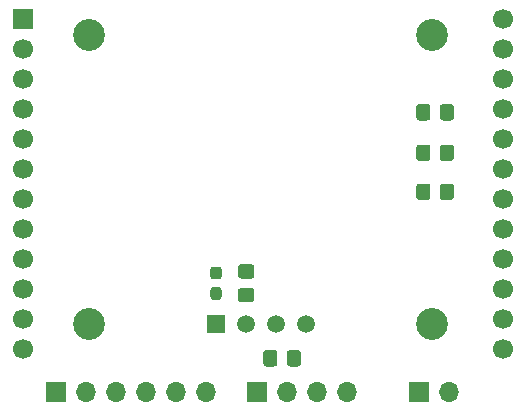
<source format=gbs>
%TF.GenerationSoftware,KiCad,Pcbnew,5.1.8*%
%TF.CreationDate,2020-12-08T01:30:07+01:00*%
%TF.ProjectId,dht_esp_shield,6468745f-6573-4705-9f73-6869656c642e,rev?*%
%TF.SameCoordinates,Original*%
%TF.FileFunction,Soldermask,Bot*%
%TF.FilePolarity,Negative*%
%FSLAX46Y46*%
G04 Gerber Fmt 4.6, Leading zero omitted, Abs format (unit mm)*
G04 Created by KiCad (PCBNEW 5.1.8) date 2020-12-08 01:30:07*
%MOMM*%
%LPD*%
G01*
G04 APERTURE LIST*
%ADD10C,1.500000*%
%ADD11R,1.500000X1.500000*%
%ADD12C,1.700000*%
%ADD13R,1.700000X1.700000*%
%ADD14O,1.700000X1.700000*%
%ADD15C,2.700000*%
G04 APERTURE END LIST*
D10*
%TO.C,U2*%
X122428000Y-84963000D03*
X119888000Y-84963000D03*
X117348000Y-84963000D03*
D11*
X114808000Y-84963000D03*
%TD*%
D12*
%TO.C,U1*%
X139065000Y-87122000D03*
X139065000Y-84582000D03*
X139065000Y-82042000D03*
X139065000Y-79502000D03*
X139065000Y-76962000D03*
X139065000Y-74422000D03*
X139065000Y-71882000D03*
X139065000Y-69342000D03*
X139065000Y-66802000D03*
X139065000Y-64262000D03*
X139065000Y-61722000D03*
X139065000Y-59182000D03*
X98425000Y-87122000D03*
X98425000Y-84582000D03*
X98425000Y-82042000D03*
X98425000Y-79502000D03*
X98425000Y-76962000D03*
X98425000Y-74422000D03*
X98425000Y-71882000D03*
X98425000Y-69342000D03*
X98425000Y-66802000D03*
X98425000Y-64262000D03*
X98425000Y-61722000D03*
D13*
X98425000Y-59182000D03*
%TD*%
%TO.C,R5*%
G36*
G01*
X116897999Y-81934000D02*
X117798001Y-81934000D01*
G75*
G02*
X118048000Y-82183999I0J-249999D01*
G01*
X118048000Y-82884001D01*
G75*
G02*
X117798001Y-83134000I-249999J0D01*
G01*
X116897999Y-83134000D01*
G75*
G02*
X116648000Y-82884001I0J249999D01*
G01*
X116648000Y-82183999D01*
G75*
G02*
X116897999Y-81934000I249999J0D01*
G01*
G37*
G36*
G01*
X116897999Y-79934000D02*
X117798001Y-79934000D01*
G75*
G02*
X118048000Y-80183999I0J-249999D01*
G01*
X118048000Y-80884001D01*
G75*
G02*
X117798001Y-81134000I-249999J0D01*
G01*
X116897999Y-81134000D01*
G75*
G02*
X116648000Y-80884001I0J249999D01*
G01*
X116648000Y-80183999D01*
G75*
G02*
X116897999Y-79934000I249999J0D01*
G01*
G37*
%TD*%
%TO.C,R4*%
G36*
G01*
X133750000Y-74237001D02*
X133750000Y-73336999D01*
G75*
G02*
X133999999Y-73087000I249999J0D01*
G01*
X134700001Y-73087000D01*
G75*
G02*
X134950000Y-73336999I0J-249999D01*
G01*
X134950000Y-74237001D01*
G75*
G02*
X134700001Y-74487000I-249999J0D01*
G01*
X133999999Y-74487000D01*
G75*
G02*
X133750000Y-74237001I0J249999D01*
G01*
G37*
G36*
G01*
X131750000Y-74237001D02*
X131750000Y-73336999D01*
G75*
G02*
X131999999Y-73087000I249999J0D01*
G01*
X132700001Y-73087000D01*
G75*
G02*
X132950000Y-73336999I0J-249999D01*
G01*
X132950000Y-74237001D01*
G75*
G02*
X132700001Y-74487000I-249999J0D01*
G01*
X131999999Y-74487000D01*
G75*
G02*
X131750000Y-74237001I0J249999D01*
G01*
G37*
%TD*%
%TO.C,R3*%
G36*
G01*
X133750000Y-70935001D02*
X133750000Y-70034999D01*
G75*
G02*
X133999999Y-69785000I249999J0D01*
G01*
X134700001Y-69785000D01*
G75*
G02*
X134950000Y-70034999I0J-249999D01*
G01*
X134950000Y-70935001D01*
G75*
G02*
X134700001Y-71185000I-249999J0D01*
G01*
X133999999Y-71185000D01*
G75*
G02*
X133750000Y-70935001I0J249999D01*
G01*
G37*
G36*
G01*
X131750000Y-70935001D02*
X131750000Y-70034999D01*
G75*
G02*
X131999999Y-69785000I249999J0D01*
G01*
X132700001Y-69785000D01*
G75*
G02*
X132950000Y-70034999I0J-249999D01*
G01*
X132950000Y-70935001D01*
G75*
G02*
X132700001Y-71185000I-249999J0D01*
G01*
X131999999Y-71185000D01*
G75*
G02*
X131750000Y-70935001I0J249999D01*
G01*
G37*
%TD*%
%TO.C,R2*%
G36*
G01*
X133750000Y-67506001D02*
X133750000Y-66605999D01*
G75*
G02*
X133999999Y-66356000I249999J0D01*
G01*
X134700001Y-66356000D01*
G75*
G02*
X134950000Y-66605999I0J-249999D01*
G01*
X134950000Y-67506001D01*
G75*
G02*
X134700001Y-67756000I-249999J0D01*
G01*
X133999999Y-67756000D01*
G75*
G02*
X133750000Y-67506001I0J249999D01*
G01*
G37*
G36*
G01*
X131750000Y-67506001D02*
X131750000Y-66605999D01*
G75*
G02*
X131999999Y-66356000I249999J0D01*
G01*
X132700001Y-66356000D01*
G75*
G02*
X132950000Y-66605999I0J-249999D01*
G01*
X132950000Y-67506001D01*
G75*
G02*
X132700001Y-67756000I-249999J0D01*
G01*
X131999999Y-67756000D01*
G75*
G02*
X131750000Y-67506001I0J249999D01*
G01*
G37*
%TD*%
%TO.C,R1*%
G36*
G01*
X120796000Y-88334001D02*
X120796000Y-87433999D01*
G75*
G02*
X121045999Y-87184000I249999J0D01*
G01*
X121746001Y-87184000D01*
G75*
G02*
X121996000Y-87433999I0J-249999D01*
G01*
X121996000Y-88334001D01*
G75*
G02*
X121746001Y-88584000I-249999J0D01*
G01*
X121045999Y-88584000D01*
G75*
G02*
X120796000Y-88334001I0J249999D01*
G01*
G37*
G36*
G01*
X118796000Y-88334001D02*
X118796000Y-87433999D01*
G75*
G02*
X119045999Y-87184000I249999J0D01*
G01*
X119746001Y-87184000D01*
G75*
G02*
X119996000Y-87433999I0J-249999D01*
G01*
X119996000Y-88334001D01*
G75*
G02*
X119746001Y-88584000I-249999J0D01*
G01*
X119045999Y-88584000D01*
G75*
G02*
X118796000Y-88334001I0J249999D01*
G01*
G37*
%TD*%
D14*
%TO.C,J3*%
X125870000Y-90750000D03*
X123330000Y-90750000D03*
X120790000Y-90750000D03*
D13*
X118250000Y-90750000D03*
%TD*%
D14*
%TO.C,J2*%
X134540000Y-90750000D03*
D13*
X132000000Y-90750000D03*
%TD*%
D14*
%TO.C,J1*%
X113950000Y-90750000D03*
X111410000Y-90750000D03*
X108870000Y-90750000D03*
X106330000Y-90750000D03*
X103790000Y-90750000D03*
D13*
X101250000Y-90750000D03*
%TD*%
D15*
%TO.C,H4*%
X133065000Y-84997000D03*
%TD*%
%TO.C,H3*%
X133065000Y-60497000D03*
%TD*%
%TO.C,H2*%
X104065000Y-84997000D03*
%TD*%
%TO.C,H1*%
X104065000Y-60497000D03*
%TD*%
%TO.C,C1*%
G36*
G01*
X114570500Y-81859000D02*
X115045500Y-81859000D01*
G75*
G02*
X115283000Y-82096500I0J-237500D01*
G01*
X115283000Y-82696500D01*
G75*
G02*
X115045500Y-82934000I-237500J0D01*
G01*
X114570500Y-82934000D01*
G75*
G02*
X114333000Y-82696500I0J237500D01*
G01*
X114333000Y-82096500D01*
G75*
G02*
X114570500Y-81859000I237500J0D01*
G01*
G37*
G36*
G01*
X114570500Y-80134000D02*
X115045500Y-80134000D01*
G75*
G02*
X115283000Y-80371500I0J-237500D01*
G01*
X115283000Y-80971500D01*
G75*
G02*
X115045500Y-81209000I-237500J0D01*
G01*
X114570500Y-81209000D01*
G75*
G02*
X114333000Y-80971500I0J237500D01*
G01*
X114333000Y-80371500D01*
G75*
G02*
X114570500Y-80134000I237500J0D01*
G01*
G37*
%TD*%
M02*

</source>
